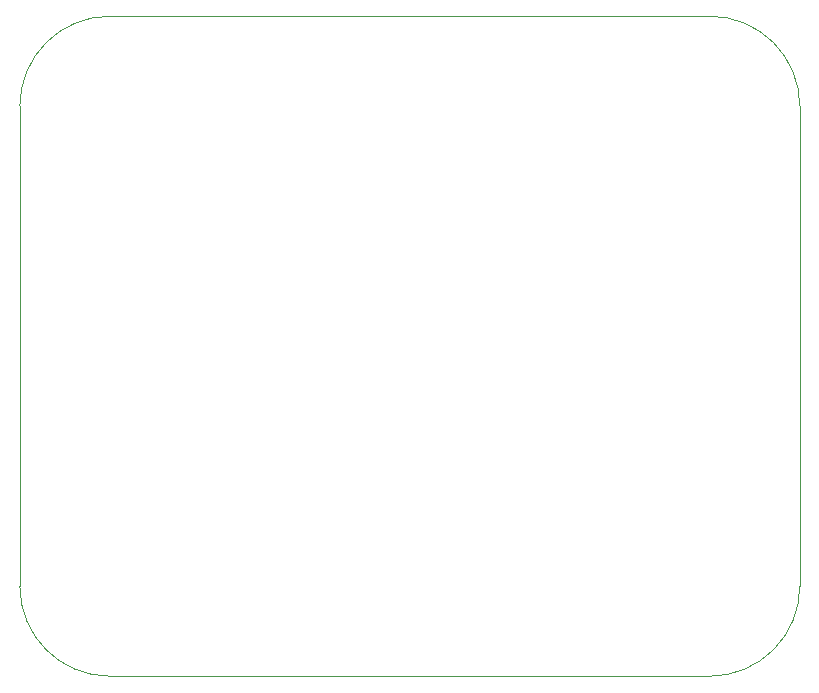
<source format=gm1>
%TF.GenerationSoftware,KiCad,Pcbnew,(5.1.9)-1*%
%TF.CreationDate,2021-09-13T23:33:08+02:00*%
%TF.ProjectId,SafetyBoard,53616665-7479-4426-9f61-72642e6b6963,rev?*%
%TF.SameCoordinates,Original*%
%TF.FileFunction,Profile,NP*%
%FSLAX46Y46*%
G04 Gerber Fmt 4.6, Leading zero omitted, Abs format (unit mm)*
G04 Created by KiCad (PCBNEW (5.1.9)-1) date 2021-09-13 23:33:08*
%MOMM*%
%LPD*%
G01*
G04 APERTURE LIST*
%TA.AperFunction,Profile*%
%ADD10C,0.050000*%
%TD*%
G04 APERTURE END LIST*
D10*
X187960000Y-76200000D02*
G75*
G02*
X180340000Y-83820000I-7620000J0D01*
G01*
X129540000Y-83820000D02*
G75*
G02*
X121920000Y-76200000I0J7620000D01*
G01*
X121920000Y-35560000D02*
G75*
G02*
X129540000Y-27940000I7620000J0D01*
G01*
X180340000Y-27940000D02*
G75*
G02*
X187960000Y-35560000I0J-7620000D01*
G01*
X121920000Y-76200000D02*
X121920000Y-35560000D01*
X180340000Y-83820000D02*
X129540000Y-83820000D01*
X187960000Y-35560000D02*
X187960000Y-76200000D01*
X129540000Y-27940000D02*
X180340000Y-27940000D01*
M02*

</source>
